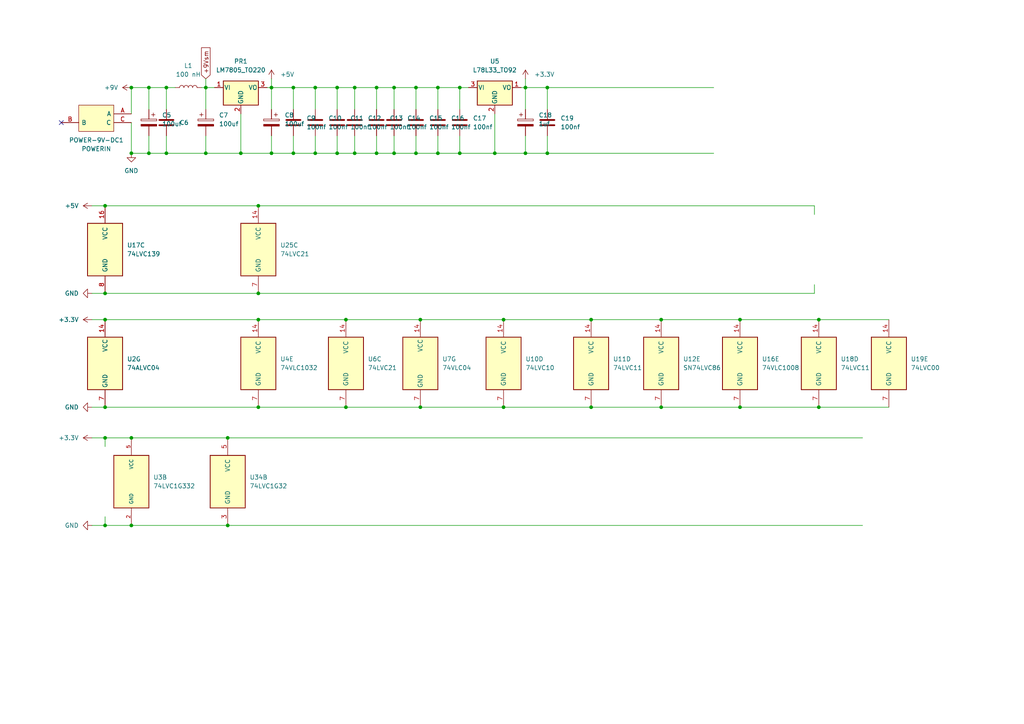
<source format=kicad_sch>
(kicad_sch (version 20211123) (generator eeschema)
  (paper "A4")
  (title_block (title "JupiterAce Z80 plus KIO and new memory format.") (rev "${REVNUM}") (company "Ontobus") (comment 1 "John Bradley") (comment 2 "https://creativecommons.org/licenses/by-nc-sa/4.0/") (comment 3 "Attribution-NonCommercial-ShareAlike 4.0 International License.") (comment 4 "This work is licensed under a Creative Commons "))
  (lib_symbols
    (symbol "74xx-FIX:74LS04"
      (property "Reference" "U" (at 0 1.27 0))
      (property "Value" "74LS04" (at 0 -1.27 0))
      (symbol "74LS04_1_0"
        (pin input line (at -7.62 0 0) (length 3.81) (name "~") (number "1"))
        (pin output inverted (at 7.62 0 180) (length 3.81) (name "~") (number "2"))
      )
      (symbol "74LS04_2_0"
        (pin input line (at -7.62 0 0) (length 3.81) (name "~") (number "3"))
        (pin output inverted (at 7.62 0 180) (length 3.81) (name "~") (number "4"))
      )
      (symbol "74LS04_3_0"
        (pin input line (at -7.62 0 0) (length 3.81) (name "~") (number "5"))
        (pin output inverted (at 7.62 0 180) (length 3.81) (name "~") (number "6"))
      )
      (symbol "74LS04_4_0"
        (pin output inverted (at 7.62 0 180) (length 3.81) (name "~") (number "8"))
        (pin input line (at -7.62 0 0) (length 3.81) (name "~") (number "9"))
      )
      (symbol "74LS04_5_0"
        (pin output inverted (at 7.62 0 180) (length 3.81) (name "~") (number "10"))
        (pin input line (at -7.62 0 0) (length 3.81) (name "~") (number "11"))
      )
      (symbol "74LS04_6_0"
        (pin output inverted (at 7.62 0 180) (length 3.81) (name "~") (number "12"))
        (pin input line (at -7.62 0 0) (length 3.81) (name "~") (number "13"))
      )
      (symbol "74LS04_7_0"
        (pin power_in line (at 0 12.7 270) (length 5.08) (name "VCC") (number "14"))
        (pin power_in line (at 0 -12.7 90) (length 5.08) (name "GND") (number "7"))
      )
    )
    (symbol "74xx-FIX:74LS10" (pin_names (offset 1.016))
      (property "Reference" "U" (at 0 1.27 0))
      (property "Value" "74LS10" (at 0 -1.27 0))
      (symbol "74LS10_1_1"
        (pin input line (at -7.62 2.54 0) (length 3.81) (name "~") (number "1"))
        (pin output inverted (at 7.62 0 180) (length 3.81) (name "~") (number "12"))
        (pin input line (at -7.62 -2.54 0) (length 3.81) (name "~") (number "13"))
        (pin input line (at -7.62 0 0) (length 3.81) (name "~") (number "2"))
      )
      (symbol "74LS10_1_2"
        (pin input inverted (at -7.62 2.54 0) (length 4.318) (name "~") (number "1"))
        (pin output line (at 7.62 0 180) (length 3.81) (name "~") (number "12"))
        (pin input inverted (at -7.62 -2.54 0) (length 4.318) (name "~") (number "13"))
        (pin input inverted (at -7.62 0 0) (length 4.953) (name "~") (number "2"))
      )
      (symbol "74LS10_2_1"
        (pin input line (at -7.62 2.54 0) (length 3.81) (name "~") (number "3"))
        (pin input line (at -7.62 0 0) (length 3.81) (name "~") (number "4"))
        (pin input line (at -7.62 -2.54 0) (length 3.81) (name "~") (number "5"))
        (pin output inverted (at 7.62 0 180) (length 3.81) (name "~") (number "6"))
      )
      (symbol "74LS10_2_2"
        (pin input inverted (at -7.62 2.54 0) (length 4.318) (name "~") (number "3"))
        (pin input inverted (at -7.62 0 0) (length 4.953) (name "~") (number "4"))
        (pin input inverted (at -7.62 -2.54 0) (length 4.318) (name "~") (number "5"))
        (pin output line (at 7.62 0 180) (length 3.81) (name "~") (number "6"))
      )
      (symbol "74LS10_3_1"
        (pin input line (at -7.62 0 0) (length 3.81) (name "~") (number "10"))
        (pin input line (at -7.62 -2.54 0) (length 3.81) (name "~") (number "11"))
        (pin output inverted (at 7.62 0 180) (length 3.81) (name "~") (number "8"))
        (pin input line (at -7.62 2.54 0) (length 3.81) (name "~") (number "9"))
      )
      (symbol "74LS10_3_2"
        (pin input inverted (at -7.62 0 0) (length 4.953) (name "~") (number "10"))
        (pin input inverted (at -7.62 -2.54 0) (length 4.318) (name "~") (number "11"))
        (pin output line (at 7.62 0 180) (length 3.81) (name "~") (number "8"))
        (pin input inverted (at -7.62 2.54 0) (length 4.318) (name "~") (number "9"))
      )
      (symbol "74LS10_4_0"
        (pin power_in line (at 0 12.7 270) (length 5.08) (name "VCC") (number "14"))
        (pin power_in line (at 0 -12.7 90) (length 5.08) (name "GND") (number "7"))
      )
    )
    (symbol "74xx-FIX:74LS21" (pin_names (offset 1.016))
      (property "Reference" "U" (at 0 1.27 0))
      (property "Value" "74LS21" (at 0 -1.27 0))
      (symbol "74LS21_1_0"
        (pin no_connect line (at 2.54 -2.54 180) (length 2.54) hide (name "") (number "11"))
        (pin no_connect line (at 2.54 -1.27 180) (length 2.54) hide (name "") (number "3"))
      )
      (symbol "74LS21_1_1"
        (pin input line (at -7.62 3.81 0) (length 3.81) (name "~") (number "1"))
        (pin input line (at -7.62 1.27 0) (length 3.81) (name "~") (number "2"))
        (pin input line (at -7.62 -1.27 0) (length 3.81) (name "~") (number "4"))
        (pin input line (at -7.62 -3.81 0) (length 3.81) (name "~") (number "5"))
        (pin output line (at 7.62 0 180) (length 3.81) (name "~") (number "6"))
      )
      (symbol "74LS21_1_2"
        (pin input inverted (at -7.62 3.81 0) (length 3.81) (name "~") (number "1"))
        (pin input inverted (at -7.62 1.27 0) (length 4.826) (name "~") (number "2"))
        (pin input inverted (at -7.62 -1.27 0) (length 4.826) (name "~") (number "4"))
        (pin input inverted (at -7.62 -3.81 0) (length 3.81) (name "~") (number "5"))
        (pin output inverted (at 7.62 0 180) (length 3.81) (name "~") (number "6"))
      )
      (symbol "74LS21_2_1"
        (pin input line (at -7.62 1.27 0) (length 3.81) (name "~") (number "10"))
        (pin input line (at -7.62 -1.27 0) (length 3.81) (name "~") (number "12"))
        (pin input line (at -7.62 -3.81 0) (length 3.81) (name "~") (number "13"))
        (pin output line (at 7.62 0 180) (length 3.81) (name "~") (number "8"))
        (pin input line (at -7.62 3.81 0) (length 3.81) (name "~") (number "9"))
      )
      (symbol "74LS21_2_2"
        (pin input inverted (at -7.62 1.27 0) (length 4.826) (name "~") (number "10"))
        (pin input inverted (at -7.62 -1.27 0) (length 4.826) (name "~") (number "12"))
        (pin input inverted (at -7.62 -3.81 0) (length 3.81) (name "~") (number "13"))
        (pin output inverted (at 7.62 0 180) (length 3.81) (name "~") (number "8"))
        (pin input inverted (at -7.62 3.81 0) (length 3.81) (name "~") (number "9"))
      )
      (symbol "74LS21_3_0"
        (pin power_in line (at 0 12.7 270) (length 5.08) (name "VCC") (number "14"))
        (pin power_in line (at 0 -12.7 90) (length 5.08) (name "GND") (number "7"))
      )
    )
    (symbol "74xx-FIX:74LS32" (pin_names (offset 1.016))
      (property "Reference" "U" (at 0 1.27 0))
      (property "Value" "74LS32" (at 0 -1.27 0))
      (symbol "74LS32_1_1"
        (pin input line (at -7.62 2.54 0) (length 4.318) (name "~") (number "1"))
        (pin input line (at -7.62 -2.54 0) (length 4.318) (name "~") (number "2"))
        (pin output line (at 7.62 0 180) (length 3.81) (name "~") (number "3"))
      )
      (symbol "74LS32_1_2"
        (pin input inverted (at -7.62 2.54 0) (length 3.81) (name "~") (number "1"))
        (pin input inverted (at -7.62 -2.54 0) (length 3.81) (name "~") (number "2"))
        (pin output inverted (at 7.62 0 180) (length 3.81) (name "~") (number "3"))
      )
      (symbol "74LS32_2_1"
        (pin input line (at -7.62 2.54 0) (length 4.318) (name "~") (number "4"))
        (pin input line (at -7.62 -2.54 0) (length 4.318) (name "~") (number "5"))
        (pin output line (at 7.62 0 180) (length 3.81) (name "~") (number "6"))
      )
      (symbol "74LS32_2_2"
        (pin input inverted (at -7.62 2.54 0) (length 3.81) (name "~") (number "4"))
        (pin input inverted (at -7.62 -2.54 0) (length 3.81) (name "~") (number "5"))
        (pin output inverted (at 7.62 0 180) (length 3.81) (name "~") (number "6"))
      )
      (symbol "74LS32_3_1"
        (pin input line (at -7.62 -2.54 0) (length 4.318) (name "~") (number "10"))
        (pin output line (at 7.62 0 180) (length 3.81) (name "~") (number "8"))
        (pin input line (at -7.62 2.54 0) (length 4.318) (name "~") (number "9"))
      )
      (symbol "74LS32_3_2"
        (pin input inverted (at -7.62 -2.54 0) (length 3.81) (name "~") (number "10"))
        (pin output inverted (at 7.62 0 180) (length 3.81) (name "~") (number "8"))
        (pin input inverted (at -7.62 2.54 0) (length 3.81) (name "~") (number "9"))
      )
      (symbol "74LS32_4_1"
        (pin output line (at 7.62 0 180) (length 3.81) (name "~") (number "11"))
        (pin input line (at -7.62 2.54 0) (length 4.318) (name "~") (number "12"))
        (pin input line (at -7.62 -2.54 0) (length 4.318) (name "~") (number "13"))
      )
      (symbol "74LS32_4_2"
        (pin output inverted (at 7.62 0 180) (length 3.81) (name "~") (number "11"))
        (pin input inverted (at -7.62 2.54 0) (length 3.81) (name "~") (number "12"))
        (pin input inverted (at -7.62 -2.54 0) (length 3.81) (name "~") (number "13"))
      )
      (symbol "74LS32_5_0"
        (pin power_in line (at 0 12.7 270) (length 5.08) (name "VCC") (number "14"))
        (pin power_in line (at 0 -12.7 90) (length 5.08) (name "GND") (number "7"))
      )
    )
    (symbol "74xx-FIX:74LVC1G332" (pin_names (offset 1.016))
      (property "Reference" "U" (at -3.81 6.096 0))
      (property "Value" "74LVC1G332" (at 4.826 6.35 0))
      (symbol "74LVC1G332_1_1"
        (pin input line (at -7.62 0 0) (length 4.826) (name "~") (number "1"))
        (pin input line (at -7.62 -2.54 0) (length 4.191) (name "~") (number "3"))
        (pin output line (at 7.62 0 180) (length 3.81) (name "~") (number "4"))
        (pin input line (at -7.62 2.54 0) (length 4.318) (name "~") (number "6"))
      )
      (symbol "74LVC1G332_2_1"
        (pin power_in line (at 5.08 -20.32 90) (length 5.08) (name "GND") (number "2"))
        (pin power_in line (at 5.08 5.08 270) (length 5.08) (name "VCC") (number "5"))
      )
    )
    (symbol "74xx:74LS00" (pin_names (offset 1.016))
      (property "Reference" "U" (at 0 1.27 0))
      (property "Value" "74LS00" (at 0 -1.27 0))
      (symbol "74LS00_1_1"
        (pin input line (at -7.62 2.54 0) (length 3.81) (name "~") (number "1"))
        (pin input line (at -7.62 -2.54 0) (length 3.81) (name "~") (number "2"))
        (pin output inverted (at 7.62 0 180) (length 3.81) (name "~") (number "3"))
      )
      (symbol "74LS00_1_2"
        (pin input inverted (at -7.62 2.54 0) (length 4.318) (name "~") (number "1"))
        (pin input inverted (at -7.62 -2.54 0) (length 4.318) (name "~") (number "2"))
        (pin output line (at 7.62 0 180) (length 3.81) (name "~") (number "3"))
      )
      (symbol "74LS00_2_1"
        (pin input line (at -7.62 2.54 0) (length 3.81) (name "~") (number "4"))
        (pin input line (at -7.62 -2.54 0) (length 3.81) (name "~") (number "5"))
        (pin output inverted (at 7.62 0 180) (length 3.81) (name "~") (number "6"))
      )
      (symbol "74LS00_2_2"
        (pin input inverted (at -7.62 2.54 0) (length 4.318) (name "~") (number "4"))
        (pin input inverted (at -7.62 -2.54 0) (length 4.318) (name "~") (number "5"))
        (pin output line (at 7.62 0 180) (length 3.81) (name "~") (number "6"))
      )
      (symbol "74LS00_3_1"
        (pin input line (at -7.62 -2.54 0) (length 3.81) (name "~") (number "10"))
        (pin output inverted (at 7.62 0 180) (length 3.81) (name "~") (number "8"))
        (pin input line (at -7.62 2.54 0) (length 3.81) (name "~") (number "9"))
      )
      (symbol "74LS00_3_2"
        (pin input inverted (at -7.62 -2.54 0) (length 4.318) (name "~") (number "10"))
        (pin output line (at 7.62 0 180) (length 3.81) (name "~") (number "8"))
        (pin input inverted (at -7.62 2.54 0) (length 4.318) (name "~") (number "9"))
      )
      (symbol "74LS00_4_1"
        (pin output inverted (at 7.62 0 180) (length 3.81) (name "~") (number "11"))
        (pin input line (at -7.62 2.54 0) (length 3.81) (name "~") (number "12"))
        (pin input line (at -7.62 -2.54 0) (length 3.81) (name "~") (number "13"))
      )
      (symbol "74LS00_4_2"
        (pin output line (at 7.62 0 180) (length 3.81) (name "~") (number "11"))
        (pin input inverted (at -7.62 2.54 0) (length 4.318) (name "~") (number "12"))
        (pin input inverted (at -7.62 -2.54 0) (length 4.318) (name "~") (number "13"))
      )
      (symbol "74LS00_5_0"
        (pin power_in line (at 0 12.7 270) (length 5.08) (name "VCC") (number "14"))
        (pin power_in line (at 0 -12.7 90) (length 5.08) (name "GND") (number "7"))
      )
    )
    (symbol "74xx:74LS04"
      (property "Reference" "U" (at 0 1.27 0))
      (property "Value" "74LS04" (at 0 -1.27 0))
      (symbol "74LS04_1_0"
        (pin input line (at -7.62 0 0) (length 3.81) (name "~") (number "1"))
        (pin output inverted (at 7.62 0 180) (length 3.81) (name "~") (number "2"))
      )
      (symbol "74LS04_2_0"
        (pin input line (at -7.62 0 0) (length 3.81) (name "~") (number "3"))
        (pin output inverted (at 7.62 0 180) (length 3.81) (name "~") (number "4"))
      )
      (symbol "74LS04_3_0"
        (pin input line (at -7.62 0 0) (length 3.81) (name "~") (number "5"))
        (pin output inverted (at 7.62 0 180) (length 3.81) (name "~") (number "6"))
      )
      (symbol "74LS04_4_0"
        (pin output inverted (at 7.62 0 180) (length 3.81) (name "~") (number "8"))
        (pin input line (at -7.62 0 0) (length 3.81) (name "~") (number "9"))
      )
      (symbol "74LS04_5_0"
        (pin output inverted (at 7.62 0 180) (length 3.81) (name "~") (number "10"))
        (pin input line (at -7.62 0 0) (length 3.81) (name "~") (number "11"))
      )
      (symbol "74LS04_6_0"
        (pin output inverted (at 7.62 0 180) (length 3.81) (name "~") (number "12"))
        (pin input line (at -7.62 0 0) (length 3.81) (name "~") (number "13"))
      )
      (symbol "74LS04_7_0"
        (pin power_in line (at 0 12.7 270) (length 5.08) (name "VCC") (number "14"))
        (pin power_in line (at 0 -12.7 90) (length 5.08) (name "GND") (number "7"))
      )
    )
    (symbol "74xx:74LS08" (pin_names (offset 1.016))
      (property "Reference" "U" (at 0 1.27 0))
      (property "Value" "74LS08" (at 0 -1.27 0))
      (symbol "74LS08_1_1"
        (pin input line (at -7.62 2.54 0) (length 3.81) (name "~") (number "1"))
        (pin input line (at -7.62 -2.54 0) (length 3.81) (name "~") (number "2"))
        (pin output line (at 7.62 0 180) (length 3.81) (name "~") (number "3"))
      )
      (symbol "74LS08_1_2"
        (pin input inverted (at -7.62 2.54 0) (length 4.318) (name "~") (number "1"))
        (pin input inverted (at -7.62 -2.54 0) (length 4.318) (name "~") (number "2"))
        (pin output inverted (at 7.62 0 180) (length 3.81) (name "~") (number "3"))
      )
      (symbol "74LS08_2_1"
        (pin input line (at -7.62 2.54 0) (length 3.81) (name "~") (number "4"))
        (pin input line (at -7.62 -2.54 0) (length 3.81) (name "~") (number "5"))
        (pin output line (at 7.62 0 180) (length 3.81) (name "~") (number "6"))
      )
      (symbol "74LS08_2_2"
        (pin input inverted (at -7.62 2.54 0) (length 4.318) (name "~") (number "4"))
        (pin input inverted (at -7.62 -2.54 0) (length 4.318) (name "~") (number "5"))
        (pin output inverted (at 7.62 0 180) (length 3.81) (name "~") (number "6"))
      )
      (symbol "74LS08_3_1"
        (pin input line (at -7.62 -2.54 0) (length 3.81) (name "~") (number "10"))
        (pin output line (at 7.62 0 180) (length 3.81) (name "~") (number "8"))
        (pin input line (at -7.62 2.54 0) (length 3.81) (name "~") (number "9"))
      )
      (symbol "74LS08_3_2"
        (pin input inverted (at -7.62 -2.54 0) (length 4.318) (name "~") (number "10"))
        (pin output inverted (at 7.62 0 180) (length 3.81) (name "~") (number "8"))
        (pin input inverted (at -7.62 2.54 0) (length 4.318) (name "~") (number "9"))
      )
      (symbol "74LS08_4_1"
        (pin output line (at 7.62 0 180) (length 3.81) (name "~") (number "11"))
        (pin input line (at -7.62 2.54 0) (length 3.81) (name "~") (number "12"))
        (pin input line (at -7.62 -2.54 0) (length 3.81) (name "~") (number "13"))
      )
      (symbol "74LS08_4_2"
        (pin output inverted (at 7.62 0 180) (length 3.81) (name "~") (number "11"))
        (pin input inverted (at -7.62 2.54 0) (length 4.318) (name "~") (number "12"))
        (pin input inverted (at -7.62 -2.54 0) (length 4.318) (name "~") (number "13"))
      )
      (symbol "74LS08_5_0"
        (pin power_in line (at 0 12.7 270) (length 5.08) (name "VCC") (number "14"))
        (pin power_in line (at 0 -12.7 90) (length 5.08) (name "GND") (number "7"))
      )
    )
    (symbol "74xx:74LS11" (pin_names (offset 1.016))
      (property "Reference" "U" (at 0 1.27 0))
      (property "Value" "74LS11" (at 0 -1.27 0))
      (symbol "74LS11_1_1"
        (pin input line (at -7.62 2.54 0) (length 3.81) (name "~") (number "1"))
        (pin output line (at 7.62 0 180) (length 3.81) (name "~") (number "12"))
        (pin input line (at -7.62 -2.54 0) (length 3.81) (name "~") (number "13"))
        (pin input line (at -7.62 0 0) (length 3.81) (name "~") (number "2"))
      )
      (symbol "74LS11_1_2"
        (pin input inverted (at -7.62 2.54 0) (length 4.318) (name "~") (number "1"))
        (pin output inverted (at 7.62 0 180) (length 3.81) (name "~") (number "12"))
        (pin input inverted (at -7.62 -2.54 0) (length 4.318) (name "~") (number "13"))
        (pin input inverted (at -7.62 0 0) (length 4.953) (name "~") (number "2"))
      )
      (symbol "74LS11_2_1"
        (pin input line (at -7.62 2.54 0) (length 3.81) (name "~") (number "3"))
        (pin input line (at -7.62 0 0) (length 3.81) (name "~") (number "4"))
        (pin input line (at -7.62 -2.54 0) (length 3.81) (name "~") (number "5"))
        (pin output line (at 7.62 0 180) (length 3.81) (name "~") (number "6"))
      )
      (symbol "74LS11_2_2"
        (pin input inverted (at -7.62 2.54 0) (length 4.318) (name "~") (number "3"))
        (pin input inverted (at -7.62 0 0) (length 4.953) (name "~") (number "4"))
        (pin input inverted (at -7.62 -2.54 0) (length 4.318) (name "~") (number "5"))
        (pin output inverted (at 7.62 0 180) (length 3.81) (name "~") (number "6"))
      )
      (symbol "74LS11_3_1"
        (pin input line (at -7.62 0 0) (length 3.81) (name "~") (number "10"))
        (pin input line (at -7.62 -2.54 0) (length 3.81) (name "~") (number "11"))
        (pin output line (at 7.62 0 180) (length 3.81) (name "~") (number "8"))
        (pin input line (at -7.62 2.54 0) (length 3.81) (name "~") (number "9"))
      )
      (symbol "74LS11_3_2"
        (pin input inverted (at -7.62 0 0) (length 4.953) (name "~") (number "10"))
        (pin input inverted (at -7.62 -2.54 0) (length 4.318) (name "~") (number "11"))
        (pin output inverted (at 7.62 0 180) (length 3.81) (name "~") (number "8"))
        (pin input inverted (at -7.62 2.54 0) (length 4.318) (name "~") (number "9"))
      )
      (symbol "74LS11_4_0"
        (pin power_in line (at 0 12.7 270) (length 5.08) (name "VCC") (number "14"))
        (pin power_in line (at 0 -12.7 90) (length 5.08) (name "GND") (number "7"))
      )
    )
    (symbol "74xx:74LS139" (pin_names (offset 1.016))
      (property "Reference" "U" (at -7.62 8.89 0))
      (property "Value" "74LS139" (at -7.62 -8.89 0))
      (symbol "74LS139_1_0"
        (pin input inverted (at -12.7 -5.08 0) (length 5.08) (name "E") (number "1"))
        (pin input line (at -12.7 0 0) (length 5.08) (name "A0") (number "2"))
        (pin input line (at -12.7 2.54 0) (length 5.08) (name "A1") (number "3"))
        (pin output inverted (at 12.7 2.54 180) (length 5.08) (name "O0") (number "4"))
        (pin output inverted (at 12.7 0 180) (length 5.08) (name "O1") (number "5"))
        (pin output inverted (at 12.7 -2.54 180) (length 5.08) (name "O2") (number "6"))
        (pin output inverted (at 12.7 -5.08 180) (length 5.08) (name "O3") (number "7"))
      )
      (symbol "74LS139_2_0"
        (pin output inverted (at 12.7 -2.54 180) (length 5.08) (name "O2") (number "10"))
        (pin output inverted (at 12.7 0 180) (length 5.08) (name "O1") (number "11"))
        (pin output inverted (at 12.7 2.54 180) (length 5.08) (name "O0") (number "12"))
        (pin input line (at -12.7 2.54 0) (length 5.08) (name "A1") (number "13"))
        (pin input line (at -12.7 0 0) (length 5.08) (name "A0") (number "14"))
        (pin input inverted (at -12.7 -5.08 0) (length 5.08) (name "E") (number "15"))
        (pin output inverted (at 12.7 -5.08 180) (length 5.08) (name "O3") (number "9"))
      )
      (symbol "74LS139_3_0"
        (pin power_in line (at 0 12.7 270) (length 5.08) (name "VCC") (number "16"))
        (pin power_in line (at 0 -12.7 90) (length 5.08) (name "GND") (number "8"))
      )
    )
    (symbol "74xx:74LS86" (pin_names (offset 1.016))
      (property "Reference" "U" (at 0 1.27 0))
      (property "Value" "74LS86" (at 0 -1.27 0))
      (symbol "74LS86_1_0"
        (pin input line (at -7.62 2.54 0) (length 4.445) (name "~") (number "1"))
        (pin input line (at -7.62 -2.54 0) (length 4.445) (name "~") (number "2"))
        (pin output line (at 7.62 0 180) (length 3.81) (name "~") (number "3"))
      )
      (symbol "74LS86_2_0"
        (pin input line (at -7.62 2.54 0) (length 4.445) (name "~") (number "4"))
        (pin input line (at -7.62 -2.54 0) (length 4.445) (name "~") (number "5"))
        (pin output line (at 7.62 0 180) (length 3.81) (name "~") (number "6"))
      )
      (symbol "74LS86_3_0"
        (pin input line (at -7.62 -2.54 0) (length 4.445) (name "~") (number "10"))
        (pin output line (at 7.62 0 180) (length 3.81) (name "~") (number "8"))
        (pin input line (at -7.62 2.54 0) (length 4.445) (name "~") (number "9"))
      )
      (symbol "74LS86_4_0"
        (pin output line (at 7.62 0 180) (length 3.81) (name "~") (number "11"))
        (pin input line (at -7.62 2.54 0) (length 4.445) (name "~") (number "12"))
        (pin input line (at -7.62 -2.54 0) (length 4.445) (name "~") (number "13"))
      )
      (symbol "74LS86_5_0"
        (pin power_in line (at 0 12.7 270) (length 5.08) (name "VCC") (number "14"))
        (pin power_in line (at 0 -12.7 90) (length 5.08) (name "GND") (number "7"))
      )
    )
    (symbol "Device:C" (pin_numbers hide) (pin_names (offset 0.254))
      (property "Reference" "C" (at 0.635 2.54 0))
      (property "Value" "C" (at 0.635 -2.54 0))
      (symbol "C_1_1"
        (pin passive line (at 0 3.81 270) (length 2.794) (name "~") (number "1"))
        (pin passive line (at 0 -3.81 90) (length 2.794) (name "~") (number "2"))
      )
    )
    (symbol "Device:C_Polarized" (pin_numbers hide) (pin_names (offset 0.254))
      (property "Reference" "C" (at 0.635 2.54 0))
      (property "Value" "C_Polarized" (at 0.635 -2.54 0))
      (symbol "C_Polarized_1_1"
        (pin passive line (at 0 3.81 270) (length 2.794) (name "~") (number "1"))
        (pin passive line (at 0 -3.81 90) (length 2.794) (name "~") (number "2"))
      )
    )
    (symbol "ExtraSymbols:163-179PH-EX" (pin_names (offset 0.762))
      (property "Reference" "J" (at 16.51 7.62 0))
      (property "Value" "163-179PH-EX" (at 16.51 5.08 0))
      (symbol "163-179PH-EX_0_0"
        (pin power_out line (at 20.32 -2.54 180) (length 5.08) (name "A") (number "A"))
        (pin power_out line (at 0 0 0) (length 5.08) (name "B") (number "B"))
        (pin power_out line (at 20.32 0 180) (length 5.08) (name "C") (number "C"))
      )
    )
    (symbol "ExtraSymbols:74LVC1G32" (pin_names (offset 1.016))
      (property "Reference" "U" (at -6.604 3.81 0))
      (property "Value" "74LVC1G32" (at 12.7 6.35 0))
      (symbol "74LVC1G32_1_1"
        (pin input line (at -7.62 2.54 0) (length 4.318) (name "~") (number "1"))
        (pin input line (at -7.62 -2.54 0) (length 4.318) (name "~") (number "2"))
        (pin output line (at 7.62 0 180) (length 3.81) (name "~") (number "4"))
      )
      (symbol "74LVC1G32_2_0"
        (pin power_in line (at 3.81 -20.32 90) (length 5.08) (name "GND") (number "3"))
        (pin power_in line (at 3.81 5.08 270) (length 5.08) (name "VCC") (number "5"))
      )
    )
    (symbol "ExtraSymbols:L(PSU)" (pin_numbers hide) (pin_names (offset 1.016) hide)
      (property "Reference" "L" (at -1.27 0 90))
      (property "Value" "L(PSU)" (at 1.905 0 90))
      (symbol "L(PSU)_1_1"
        (pin power_in line (at 0 3.81 270) (length 1.27) (name "1") (number "1"))
        (pin power_out line (at 0 -3.81 90) (length 1.27) (name "2") (number "2"))
      )
    )
    (symbol "Regulator_Linear:L78L33_TO92" (pin_names (offset 0.254))
      (property "Reference" "U" (at -3.81 3.175 0))
      (property "Value" "L78L33_TO92" (at 0 3.175 0))
      (symbol "L78L33_TO92_1_1"
        (pin power_out line (at 7.62 0 180) (length 2.54) (name "VO") (number "1"))
        (pin power_in line (at 0 -7.62 90) (length 2.54) (name "GND") (number "2"))
        (pin power_in line (at -7.62 0 0) (length 2.54) (name "VI") (number "3"))
      )
    )
    (symbol "Regulator_Linear:LM7805_TO220" (pin_names (offset 0.254))
      (property "Reference" "U" (at -3.81 3.175 0))
      (property "Value" "LM7805_TO220" (at 0 3.175 0))
      (symbol "LM7805_TO220_1_1"
        (pin power_in line (at -7.62 0 0) (length 2.54) (name "VI") (number "1"))
        (pin power_in line (at 0 -7.62 90) (length 2.54) (name "GND") (number "2"))
        (pin power_out line (at 7.62 0 180) (length 2.54) (name "VO") (number "3"))
      )
    )
    (symbol "power:+3.3V" (power) (pin_names (offset 0))
      (property "Value" "+3.3V" (at 0 3.556 0))
      (symbol "+3.3V_1_1"
        (pin power_in line (at 0 0 90) (length 0) hide (name "+3.3V") (number "1"))
      )
    )
    (symbol "power:+5V" (power) (pin_names (offset 0))
      (property "Value" "+5V" (at 0 3.556 0))
      (symbol "+5V_1_1"
        (pin power_in line (at 0 0 90) (length 0) hide (name "+5V") (number "1"))
      )
    )
    (symbol "power:+9V" (power) (pin_names (offset 0))
      (property "Value" "+9V" (at 0 3.556 0))
      (symbol "+9V_1_1"
        (pin power_in line (at 0 0 90) (length 0) hide (name "+9V") (number "1"))
      )
    )
    (symbol "power:GND" (power) (pin_names (offset 0))
      (property "Value" "GND" (at 0 -3.81 0))
      (symbol "GND_1_1"
        (pin power_in line (at 0 0 270) (length 0) hide (name "GND") (number "1"))
      )
    )
  )
  (junction (at 109.22 25.4))
  (junction (at 48.26 25.4))
  (junction (at 97.79 44.45))
  (junction (at 121.92 92.71))
  (junction (at 214.63 92.71))
  (junction (at 38.1 25.4))
  (junction (at 91.44 44.45))
  (junction (at 158.75 25.4))
  (junction (at 97.79 25.4))
  (junction (at 237.49 118.11))
  (junction (at 237.49 92.71))
  (junction (at 85.09 44.45))
  (junction (at 30.48 127))
  (junction (at 59.69 44.45))
  (junction (at 30.48 85.09))
  (junction (at 74.93 92.71))
  (junction (at 66.04 152.4))
  (junction (at 133.35 25.4))
  (junction (at 191.77 92.71))
  (junction (at 158.75 44.45))
  (junction (at 120.65 25.4))
  (junction (at 171.45 92.71))
  (junction (at 109.22 44.45))
  (junction (at 100.33 92.71))
  (junction (at 38.1 152.4))
  (junction (at 120.65 44.45))
  (junction (at 152.4 44.45))
  (junction (at 78.74 44.45))
  (junction (at 74.93 85.09))
  (junction (at 133.35 44.45))
  (junction (at 74.93 59.69))
  (junction (at 114.3 25.4))
  (junction (at 127 44.45))
  (junction (at 78.74 25.4))
  (junction (at 100.33 118.11))
  (junction (at 91.44 25.4))
  (junction (at 191.77 118.11))
  (junction (at 102.87 25.4))
  (junction (at 30.48 92.71))
  (junction (at 66.04 127))
  (junction (at 43.18 44.45))
  (junction (at 48.26 44.45))
  (junction (at 171.45 118.11))
  (junction (at 69.85 44.45))
  (junction (at 30.48 118.11))
  (junction (at 146.05 92.71))
  (junction (at 59.69 25.4))
  (junction (at 121.92 118.11))
  (junction (at 214.63 118.11))
  (junction (at 146.05 118.11))
  (junction (at 102.87 44.45))
  (junction (at 85.09 25.4))
  (junction (at 143.51 44.45))
  (junction (at 43.18 25.4))
  (junction (at 152.4 25.4))
  (junction (at 74.93 118.11))
  (junction (at 38.1 44.45))
  (junction (at 114.3 44.45))
  (junction (at 30.48 152.4))
  (junction (at 38.1 127))
  (junction (at 30.48 59.69))
  (junction (at 127 25.4))
  (no_connect (at 17.78 35.56))
  (wire (pts (xy 30.48 85.09) (xy 74.93 85.09)))
  (wire (pts (xy 109.22 39.37) (xy 109.22 44.45)))
  (wire (pts (xy 158.75 39.37) (xy 158.75 44.45)))
  (wire (pts (xy 127 25.4) (xy 127 31.75)))
  (wire (pts (xy 26.67 118.11) (xy 30.48 118.11)))
  (wire (pts (xy 97.79 25.4) (xy 97.79 31.75)))
  (wire (pts (xy 78.74 31.75) (xy 78.74 25.4)))
  (wire (pts (xy 78.74 39.37) (xy 78.74 44.45)))
  (wire (pts (xy 74.93 85.09) (xy 236.22 85.09)))
  (wire (pts (xy 102.87 25.4) (xy 102.87 31.75)))
  (wire (pts (xy 102.87 44.45) (xy 109.22 44.45)))
  (wire (pts (xy 30.48 118.11) (xy 74.93 118.11)))
  (wire (pts (xy 69.85 33.02) (xy 69.85 44.45)))
  (wire (pts (xy 50.8 25.4) (xy 48.26 25.4)))
  (wire (pts (xy 133.35 44.45) (xy 143.51 44.45)))
  (wire (pts (xy 133.35 25.4) (xy 133.35 31.75)))
  (wire (pts (xy 97.79 25.4) (xy 102.87 25.4)))
  (wire (pts (xy 120.65 25.4) (xy 120.65 31.75)))
  (wire (pts (xy 62.23 25.4) (xy 59.69 25.4)))
  (wire (pts (xy 133.35 39.37) (xy 133.35 44.45)))
  (wire (pts (xy 77.47 25.4) (xy 78.74 25.4)))
  (wire (pts (xy 146.05 92.71) (xy 171.45 92.71)))
  (wire (pts (xy 38.1 25.4) (xy 38.1 33.02)))
  (wire (pts (xy 191.77 92.71) (xy 214.63 92.71)))
  (wire (pts (xy 121.92 92.71) (xy 146.05 92.71)))
  (wire (pts (xy 69.85 44.45) (xy 78.74 44.45)))
  (wire (pts (xy 146.05 118.11) (xy 171.45 118.11)))
  (wire (pts (xy 59.69 39.37) (xy 59.69 44.45)))
  (wire (pts (xy 85.09 25.4) (xy 91.44 25.4)))
  (wire (pts (xy 152.4 44.45) (xy 158.75 44.45)))
  (wire (pts (xy 237.49 92.71) (xy 257.81 92.71)))
  (wire (pts (xy 38.1 35.56) (xy 38.1 44.45)))
  (wire (pts (xy 30.48 127) (xy 38.1 127)))
  (wire (pts (xy 236.22 82.55) (xy 236.22 85.09)))
  (wire (pts (xy 78.74 25.4) (xy 85.09 25.4)))
  (wire (pts (xy 74.93 118.11) (xy 100.33 118.11)))
  (wire (pts (xy 91.44 25.4) (xy 97.79 25.4)))
  (wire (pts (xy 59.69 44.45) (xy 69.85 44.45)))
  (wire (pts (xy 30.48 149.86) (xy 30.48 152.4)))
  (wire (pts (xy 127 39.37) (xy 127 44.45)))
  (wire (pts (xy 158.75 25.4) (xy 158.75 31.75)))
  (wire (pts (xy 26.67 85.09) (xy 30.48 85.09)))
  (wire (pts (xy 120.65 25.4) (xy 127 25.4)))
  (wire (pts (xy 120.65 44.45) (xy 127 44.45)))
  (wire (pts (xy 30.48 59.69) (xy 74.93 59.69)))
  (wire (pts (xy 100.33 92.71) (xy 121.92 92.71)))
  (wire (pts (xy 152.4 25.4) (xy 152.4 22.86)))
  (wire (pts (xy 85.09 44.45) (xy 91.44 44.45)))
  (wire (pts (xy 152.4 39.37) (xy 152.4 44.45)))
  (wire (pts (xy 102.87 39.37) (xy 102.87 44.45)))
  (wire (pts (xy 109.22 25.4) (xy 114.3 25.4)))
  (wire (pts (xy 91.44 39.37) (xy 91.44 44.45)))
  (wire (pts (xy 43.18 44.45) (xy 38.1 44.45)))
  (wire (pts (xy 135.89 25.4) (xy 133.35 25.4)))
  (wire (pts (xy 97.79 44.45) (xy 102.87 44.45)))
  (wire (pts (xy 78.74 44.45) (xy 85.09 44.45)))
  (wire (pts (xy 152.4 25.4) (xy 151.13 25.4)))
  (wire (pts (xy 120.65 39.37) (xy 120.65 44.45)))
  (wire (pts (xy 26.67 59.69) (xy 30.48 59.69)))
  (wire (pts (xy 114.3 25.4) (xy 114.3 31.75)))
  (wire (pts (xy 38.1 152.4) (xy 66.04 152.4)))
  (wire (pts (xy 48.26 44.45) (xy 43.18 44.45)))
  (wire (pts (xy 26.67 127) (xy 30.48 127)))
  (wire (pts (xy 43.18 39.37) (xy 43.18 44.45)))
  (wire (pts (xy 214.63 92.71) (xy 237.49 92.71)))
  (wire (pts (xy 30.48 92.71) (xy 74.93 92.71)))
  (wire (pts (xy 158.75 44.45) (xy 207.01 44.45)))
  (wire (pts (xy 143.51 44.45) (xy 143.51 33.02)))
  (wire (pts (xy 43.18 25.4) (xy 48.26 25.4)))
  (wire (pts (xy 58.42 25.4) (xy 59.69 25.4)))
  (wire (pts (xy 74.93 92.71) (xy 100.33 92.71)))
  (wire (pts (xy 91.44 44.45) (xy 97.79 44.45)))
  (wire (pts (xy 66.04 152.4) (xy 250.19 152.4)))
  (wire (pts (xy 59.69 25.4) (xy 59.69 31.75)))
  (wire (pts (xy 236.22 62.23) (xy 236.22 59.69)))
  (wire (pts (xy 114.3 25.4) (xy 120.65 25.4)))
  (wire (pts (xy 143.51 44.45) (xy 152.4 44.45)))
  (wire (pts (xy 66.04 127) (xy 250.19 127)))
  (wire (pts (xy 191.77 118.11) (xy 214.63 118.11)))
  (wire (pts (xy 26.67 152.4) (xy 30.48 152.4)))
  (wire (pts (xy 109.22 44.45) (xy 114.3 44.45)))
  (wire (pts (xy 59.69 22.86) (xy 59.69 25.4)))
  (wire (pts (xy 26.67 92.71) (xy 30.48 92.71)))
  (wire (pts (xy 127 44.45) (xy 133.35 44.45)))
  (wire (pts (xy 171.45 92.71) (xy 191.77 92.71)))
  (wire (pts (xy 121.92 118.11) (xy 146.05 118.11)))
  (wire (pts (xy 38.1 127) (xy 66.04 127)))
  (wire (pts (xy 114.3 39.37) (xy 114.3 44.45)))
  (wire (pts (xy 48.26 25.4) (xy 48.26 31.75)))
  (wire (pts (xy 30.48 127) (xy 30.48 129.54)))
  (wire (pts (xy 97.79 39.37) (xy 97.79 44.45)))
  (wire (pts (xy 74.93 59.69) (xy 236.22 59.69)))
  (wire (pts (xy 127 25.4) (xy 133.35 25.4)))
  (wire (pts (xy 85.09 39.37) (xy 85.09 44.45)))
  (wire (pts (xy 152.4 31.75) (xy 152.4 25.4)))
  (wire (pts (xy 38.1 25.4) (xy 43.18 25.4)))
  (wire (pts (xy 114.3 44.45) (xy 120.65 44.45)))
  (wire (pts (xy 171.45 118.11) (xy 191.77 118.11)))
  (wire (pts (xy 43.18 31.75) (xy 43.18 25.4)))
  (wire (pts (xy 214.63 118.11) (xy 237.49 118.11)))
  (wire (pts (xy 30.48 152.4) (xy 38.1 152.4)))
  (wire (pts (xy 85.09 25.4) (xy 85.09 31.75)))
  (wire (pts (xy 109.22 25.4) (xy 109.22 31.75)))
  (wire (pts (xy 59.69 44.45) (xy 48.26 44.45)))
  (wire (pts (xy 102.87 25.4) (xy 109.22 25.4)))
  (wire (pts (xy 78.74 22.86) (xy 78.74 25.4)))
  (wire (pts (xy 100.33 118.11) (xy 121.92 118.11)))
  (wire (pts (xy 237.49 118.11) (xy 257.81 118.11)))
  (wire (pts (xy 152.4 25.4) (xy 158.75 25.4)))
  (wire (pts (xy 91.44 25.4) (xy 91.44 31.75)))
  (wire (pts (xy 158.75 25.4) (xy 207.01 25.4)))
  (wire (pts (xy 48.26 39.37) (xy 48.26 44.45)))
  (global_label "+9Vsm" (shape input) (at 59.69 22.86 90) (property "Intersheetrefs" "${INTERSHEET_REFS}" (at 59.6106 13.855 90) (effects (justify left))))
  (symbol (lib_id "Device:C") (at 97.79 35.56 0) (unit 1)
    (property "Reference" "C11" (at 101.6 34.2899 0) (effects (justify left)))
    (property "Value" "100nf" (at 101.6 36.8299 0) (effects (justify left)))
    (property "Footprint" "Capacitor_THT:C_Disc_D3.0mm_W1.6mm_P2.50mm" (effects hide))
    (property "Description" "Vishay 100nF Multilayer Ceramic Capacitor MLCC 50V dc +~-10% X7R Dielectric Radial, Max. Temp. +125C" (effects hide))
    (property "Height" "3" (effects hide))
    (property "RS Part Number" "8523267" (effects hide))
    (property "RS Price/Stock" "http:/uk.rs-online.com/web/p/products/8523267" (effects hide))
    (property "Manufacturer_Name" "Vishay" (effects hide))
    (property "Manufacturer_Part_Number" "K104K10X7RF53H5" (effects hide))
    (property "Allied_Number" "70122995" (effects hide))
  )
  (symbol (lib_id "Device:C") (at 158.75 35.56 0) (mirror y) (unit 1)
    (property "Reference" "C19" (at 162.56 34.2899 0) (effects (justify right)))
    (property "Value" "100nf" (at 162.56 36.8299 0) (effects (justify right)))
    (property "Footprint" "Capacitor_THT:C_Disc_D3.0mm_W1.6mm_P2.50mm" (effects hide))
    (property "Description" "Vishay 100nF Multilayer Ceramic Capacitor MLCC 50V dc +~-10% X7R Dielectric Radial, Max. Temp. +125C" (effects hide))
    (property "Height" "3" (effects hide))
    (property "RS Part Number" "8523267" (effects hide))
    (property "RS Price/Stock" "http:/uk.rs-online.com/web/p/products/8523267" (effects hide))
    (property "Manufacturer_Name" "Vishay" (effects hide))
    (property "Manufacturer_Part_Number" "K104K10X7RF53H5" (effects hide))
    (property "Allied_Number" "70122995" (effects hide))
  )
  (symbol (lib_id "power:+3.3V") (at 26.67 92.71 90) (unit 1)
    (property "Reference" "#PWR0110" (effects hide))
    (property "Value" "+3.3V" (at 22.86 92.7099 90) (effects (justify left)))
  )
  (symbol (lib_id "74xx:74LS04") (at 30.48 105.41 0) (unit 7)
    (property "Reference" "U2" (at 36.83 104.1399 0) (effects (justify left)))
    (property "Value" "74ALVC04" (at 36.83 106.6799 0) (effects (justify left)))
    (property "Footprint" "Package_SO:SOIC-14_3.9x8.7mm_P1.27mm" (effects hide))
    (property "Datasheet" "http://www.ti.com/lit/gpn/sn74LS04" (effects hide))
    (property "Manufacturer_Part_Number" "SN74AHCT04" (effects hide))
  )
  (symbol (lib_id "74xx:74LS11") (at 237.49 105.41 0) (unit 4)
    (property "Reference" "U18" (at 243.84 104.1399 0) (effects (justify left)))
    (property "Value" "74LVC11" (at 243.84 106.6799 0) (effects (justify left)))
    (property "Footprint" "Package_SO:SOIC-14_3.9x8.7mm_P1.27mm" (effects hide))
    (property "Datasheet" "http://www.ti.com/lit/gpn/sn74LS11" (effects hide))
  )
  (symbol (lib_id "power:GND") (at 38.1 44.45 0) (unit 1)
    (property "Reference" "# PWR0122" (effects hide))
    (property "Value" "GND" (at 38.1 49.53 0))
  )
  (symbol (lib_id "74xx-FIX:74LS10") (at 146.05 105.41 0) (unit 4)
    (property "Reference" "U10" (at 152.4 104.1399 0) (effects (justify left)))
    (property "Value" "74LVC10" (at 152.4 106.6799 0) (effects (justify left)))
    (property "Footprint" "Package_SO:SOIC-14_3.9x8.7mm_P1.27mm" (effects hide))
    (property "Datasheet" "http://www.ti.com/lit/gpn/sn74LS10" (effects hide))
  )
  (symbol (lib_id "74xx:74LS139") (at 30.48 72.39 0) (unit 3)
    (property "Reference" "U17" (at 36.83 71.1199 0) (effects (justify left)))
    (property "Value" "74LVC139" (at 36.83 73.6599 0) (effects (justify left)))
    (property "Footprint" "Package_SO:SOIC-16_3.9x9.9mm_P1.27mm" (effects hide))
    (property "Datasheet" "http://www.ti.com/lit/ds/symlink/sn74ls139a.pdf" (effects hide))
    (property "Manufacturer_Name" "Texas Instruments" (effects hide))
    (property "Manufacturer_Part_Number" "SN74AHCT139N" (effects hide))
  )
  (symbol (lib_id "power:GND") (at 26.67 152.4 270) (unit 1)
    (property "Reference" "# PWR0107" (effects hide))
    (property "Value" "GND" (at 22.86 152.3999 90) (effects (justify right)))
  )
  (symbol (lib_id "Device:C") (at 48.26 35.56 0) (unit 1)
    (property "Reference" "C6" (at 52.07 35.5599 0) (effects (justify left)))
    (property "Value" "100nf" (effects hide))
    (property "Footprint" "Capacitor_THT:C_Disc_D3.0mm_W1.6mm_P2.50mm" (effects hide))
    (property "Description" "Vishay 100nF Multilayer Ceramic Capacitor MLCC 50V dc +~-10% X7R Dielectric Radial, Max. Temp. +125C" (effects hide))
    (property "Height" "3" (effects hide))
    (property "RS Part Number" "8523267" (effects hide))
    (property "RS Price/Stock" "http:/uk.rs-online.com/web/p/products/8523267" (effects hide))
    (property "Manufacturer_Name" "Vishay" (effects hide))
    (property "Manufacturer_Part_Number" "K104K10X7RF53H5" (effects hide))
    (property "Allied_Number" "70122995" (effects hide))
  )
  (symbol (lib_id "Device:C") (at 85.09 35.56 0) (unit 1)
    (property "Reference" "C9" (at 88.9 34.2899 0) (effects (justify left)))
    (property "Value" "100nf" (at 88.9 36.8299 0) (effects (justify left)))
    (property "Footprint" "Capacitor_THT:C_Disc_D3.0mm_W1.6mm_P2.50mm" (effects hide))
    (property "Description" "Vishay 100nF Multilayer Ceramic Capacitor MLCC 50V dc +~-10% X7R Dielectric Radial, Max. Temp. +125C" (effects hide))
    (property "Height" "3" (effects hide))
    (property "RS Part Number" "8523267" (effects hide))
    (property "RS Price/Stock" "http:/uk.rs-online.com/web/p/products/8523267" (effects hide))
    (property "Manufacturer_Name" "Vishay" (effects hide))
    (property "Manufacturer_Part_Number" "K104K10X7RF53H5" (effects hide))
    (property "Allied_Number" "70122995" (effects hide))
  )
  (symbol (lib_id "74xx:74LS00") (at 257.81 105.41 0) (unit 5)
    (property "Reference" "U19" (at 264.16 104.1399 0) (effects (justify left)))
    (property "Value" "74LVC00" (at 264.16 106.6799 0) (effects (justify left)))
    (property "Footprint" "Package_SO:SOIC-14_3.9x8.7mm_P1.27mm" (effects hide))
    (property "Datasheet" "http://www.ti.com/lit/gpn/sn74ls00" (effects hide))
    (property "Manufacturer_Part_Number" "SN74AHCT00N" (effects hide))
    (property "Manufacturer_Name" "Texas Instruments" (effects hide))
  )
  (symbol (lib_id "power:+5V") (at 26.67 59.69 90) (unit 1)
    (property "Reference" "#PWR0111" (effects hide))
    (property "Value" "+5V" (at 22.86 59.6899 90) (effects (justify left)))
  )
  (symbol (lib_id "Device:C") (at 91.44 35.56 0) (unit 1)
    (property "Reference" "C10" (at 95.25 34.2899 0) (effects (justify left)))
    (property "Value" "100nf" (at 95.25 36.8299 0) (effects (justify left)))
    (property "Footprint" "Capacitor_THT:C_Disc_D3.0mm_W1.6mm_P2.50mm" (effects hide))
    (property "Description" "Vishay 100nF Multilayer Ceramic Capacitor MLCC 50V dc +~-10% X7R Dielectric Radial, Max. Temp. +125C" (effects hide))
    (property "Height" "3" (effects hide))
    (property "RS Part Number" "8523267" (effects hide))
    (property "RS Price/Stock" "http:/uk.rs-online.com/web/p/products/8523267" (effects hide))
    (property "Manufacturer_Name" "Vishay" (effects hide))
    (property "Manufacturer_Part_Number" "K104K10X7RF53H5" (effects hide))
    (property "Allied_Number" "70122995" (effects hide))
  )
  (symbol (lib_id "power:GND") (at 26.67 118.11 270) (unit 1)
    (property "Reference" "# PWR0128" (effects hide))
    (property "Value" "GND" (at 22.86 118.1099 90) (effects (justify right)))
  )
  (symbol (lib_id "74xx:74LS86") (at 191.77 105.41 0) (unit 5)
    (property "Reference" "U12" (at 198.12 104.1399 0) (effects (justify left)))
    (property "Value" "SN74LVC86" (at 198.12 106.6799 0) (effects (justify left)))
    (property "Footprint" "Package_SO:SOIC-14_3.9x8.7mm_P1.27mm" (effects hide))
    (property "Datasheet" "74xx/74ls86.pdf" (effects hide))
    (property "Manufacturer_Part_Number" "SN74AHCT86N" (effects hide))
    (property "Manufacturer_Name" "Texas Instruments" (effects hide))
  )
  (symbol (lib_id "power:+9V") (at 38.1 25.4 90) (unit 1)
    (property "Reference" "# PWR0121" (effects hide))
    (property "Value" "+9V" (at 34.29 25.3999 90) (effects (justify left)))
  )
  (symbol (lib_id "Device:C_Polarized") (at 78.74 35.56 0) (mirror y) (unit 1)
    (property "Reference" "C8" (at 82.55 33.4009 0) (effects (justify right)))
    (property "Value" "100uf" (at 82.55 35.9409 0) (effects (justify right)))
    (property "Footprint" "Capacitor_THT:CP_Radial_D5.0mm_P2.00mm" (effects hide))
    (property "Manufacturer_Name" "Wurth Elektronik" (effects hide))
    (property "Manufacturer_Part_Number" "860010372006" (effects hide))
  )
  (symbol (lib_id "Device:C") (at 133.35 35.56 0) (unit 1)
    (property "Reference" "C17" (at 137.16 34.2899 0) (effects (justify left)))
    (property "Value" "100nf" (at 137.16 36.8299 0) (effects (justify left)))
    (property "Footprint" "Capacitor_THT:C_Disc_D3.0mm_W1.6mm_P2.50mm" (effects hide))
    (property "Description" "Vishay 100nF Multilayer Ceramic Capacitor MLCC 50V dc +~-10% X7R Dielectric Radial, Max. Temp. +125C" (effects hide))
    (property "Height" "3" (effects hide))
    (property "RS Part Number" "8523267" (effects hide))
    (property "RS Price/Stock" "http:/uk.rs-online.com/web/p/products/8523267" (effects hide))
    (property "Manufacturer_Name" "Vishay" (effects hide))
    (property "Manufacturer_Part_Number" "K104K10X7RF53H5" (effects hide))
    (property "Allied_Number" "70122995" (effects hide))
  )
  (symbol (lib_id "74xx-FIX:74LS21") (at 100.33 105.41 0) (unit 3)
    (property "Reference" "U6" (at 106.68 104.1399 0) (effects (justify left)))
    (property "Value" "74LVC21" (at 106.68 106.6799 0) (effects (justify left)))
    (property "Footprint" "Package_SO:SOIC-14_3.9x8.7mm_P1.27mm" (effects hide))
    (property "Datasheet" "http://www.ti.com/lit/gpn/sn74LS21" (effects hide))
  )
  (symbol (lib_id "power:+5V") (at 78.74 22.86 0) (unit 1)
    (property "Reference" "#PWR0102" (effects hide))
    (property "Value" "+5V" (at 81.28 21.5899 0) (effects (justify left)))
  )
  (symbol (lib_id "Device:C_Polarized") (at 59.69 35.56 0) (unit 1)
    (property "Reference" "C7" (at 63.5 33.4009 0) (effects (justify left)))
    (property "Value" "100uf" (at 63.5 35.9409 0) (effects (justify left)))
    (property "Footprint" "Capacitor_THT:CP_Radial_D5.0mm_P2.00mm" (effects hide))
    (property "Description" "Vishay 100nF Multilayer Ceramic Capacitor MLCC 50V dc +~-10% X7R Dielectric Radial, Max. Temp. +125C" (effects hide))
    (property "Height" "3" (effects hide))
    (property "RS Part Number" "8523267" (effects hide))
    (property "RS Price/Stock" "http:/uk.rs-online.com/web/p/products/8523267" (effects hide))
    (property "Manufacturer_Name" "Wurth Elektronik" (effects hide))
    (property "Manufacturer_Part_Number" "860010372006" (effects hide))
    (property "Allied_Number" "70122995" (effects hide))
  )
  (symbol (lib_id "Device:C") (at 127 35.56 0) (unit 1)
    (property "Reference" "C16" (at 130.81 34.2899 0) (effects (justify left)))
    (property "Value" "100nf" (at 130.81 36.8299 0) (effects (justify left)))
    (property "Footprint" "Capacitor_THT:C_Disc_D3.0mm_W1.6mm_P2.50mm" (effects hide))
    (property "Description" "Vishay 100nF Multilayer Ceramic Capacitor MLCC 50V dc +~-10% X7R Dielectric Radial, Max. Temp. +125C" (effects hide))
    (property "Height" "3" (effects hide))
    (property "RS Part Number" "8523267" (effects hide))
    (property "RS Price/Stock" "http:/uk.rs-online.com/web/p/products/8523267" (effects hide))
    (property "Manufacturer_Name" "Vishay" (effects hide))
    (property "Manufacturer_Part_Number" "K104K10X7RF53H5" (effects hide))
    (property "Allied_Number" "70122995" (effects hide))
  )
  (symbol (lib_id "74xx:74LS08") (at 214.63 105.41 0) (unit 5)
    (property "Reference" "U16" (at 220.98 104.1399 0) (effects (justify left)))
    (property "Value" "74VLC1008" (at 220.98 106.6799 0) (effects (justify left)))
    (property "Footprint" "Package_SO:SOIC-14_3.9x8.7mm_P1.27mm" (effects hide))
    (property "Datasheet" "http://www.ti.com/lit/gpn/sn74LS08" (effects hide))
    (property "Manufacturer_Part_Number" "SN74AHCT08N" (effects hide))
    (property "Manufacturer_Name" "Texas Instruments" (effects hide))
  )
  (symbol (lib_id "74xx-FIX:74LS21") (at 74.93 72.39 0) (unit 3)
    (property "Reference" "U25" (at 81.28 71.1199 0) (effects (justify left)))
    (property "Value" "74LVC21" (at 81.28 73.6599 0) (effects (justify left)))
    (property "Footprint" "Package_SO:SOIC-14_3.9x8.7mm_P1.27mm" (effects hide))
    (property "Datasheet" "http://www.ti.com/lit/gpn/sn74LS21" (effects hide))
  )
  (symbol (lib_id "ExtraSymbols:163-179PH-EX") (at 17.78 35.56 0) (mirror x) (unit 1)
    (property "Reference" "POWER-9V-DC1" (at 27.94 40.64 0))
    (property "Value" "POWERIN" (at 27.94 43.18 0))
    (property "Footprint" "ExtraFootprints:163179PHEX" (effects hide))
    (property "Datasheet" "https://componentsearchengine.com/Datasheets/1/163-179PH-EX.pdf" (effects hide))
    (property "Manufacturer_Name" "Kobiconn" (effects hide))
    (property "Manufacturer_Part_Number" "163-179PH-EX" (effects hide))
    (property "Description" "DC Power Connectors PCB 2.1MM" (effects hide))
    (property "Height" "11" (effects hide))
    (property "Mouser Part Number" "163-179PH-EX" (effects hide))
    (property "Mouser Price/Stock" "https://www.mouser.co.uk/ProductDetail/Kobiconn/163-179PH-EX?qs=Xb8IjHhkxj5l2UOaIqcGCw%3D%3D" (effects hide))
  )
  (symbol (lib_id "Device:C") (at 109.22 35.56 0) (unit 1)
    (property "Reference" "C13" (at 113.03 34.2899 0) (effects (justify left)))
    (property "Value" "100nf" (at 113.03 36.8299 0) (effects (justify left)))
    (property "Footprint" "Capacitor_THT:C_Disc_D3.0mm_W1.6mm_P2.50mm" (effects hide))
    (property "Description" "Vishay 100nF Multilayer Ceramic Capacitor MLCC 50V dc +~-10% X7R Dielectric Radial, Max. Temp. +125C" (effects hide))
    (property "Height" "3" (effects hide))
    (property "RS Part Number" "8523267" (effects hide))
    (property "RS Price/Stock" "http:/uk.rs-online.com/web/p/products/8523267" (effects hide))
    (property "Manufacturer_Name" "Vishay" (effects hide))
    (property "Manufacturer_Part_Number" "K104K10X7RF53H5" (effects hide))
    (property "Allied_Number" "70122995" (effects hide))
  )
  (symbol (lib_id "Device:C") (at 102.87 35.56 0) (unit 1)
    (property "Reference" "C12" (at 106.68 34.2899 0) (effects (justify left)))
    (property "Value" "100nf" (at 106.68 36.8299 0) (effects (justify left)))
    (property "Footprint" "Capacitor_THT:C_Disc_D3.0mm_W1.6mm_P2.50mm" (effects hide))
    (property "Description" "Vishay 100nF Multilayer Ceramic Capacitor MLCC 50V dc +~-10% X7R Dielectric Radial, Max. Temp. +125C" (effects hide))
    (property "Height" "3" (effects hide))
    (property "RS Part Number" "8523267" (effects hide))
    (property "RS Price/Stock" "http:/uk.rs-online.com/web/p/products/8523267" (effects hide))
    (property "Manufacturer_Name" "Vishay" (effects hide))
    (property "Manufacturer_Part_Number" "K104K10X7RF53H5" (effects hide))
    (property "Allied_Number" "70122995" (effects hide))
  )
  (symbol (lib_id "74xx:74LS11") (at 171.45 105.41 0) (unit 4)
    (property "Reference" "U11" (at 177.8 104.1399 0) (effects (justify left)))
    (property "Value" "74LVC11" (at 177.8 106.6799 0) (effects (justify left)))
    (property "Footprint" "Package_SO:SOIC-14_3.9x8.7mm_P1.27mm" (effects hide))
    (property "Datasheet" "http://www.ti.com/lit/gpn/sn74LS11" (effects hide))
  )
  (symbol (lib_id "power:+3.3V") (at 152.4 22.86 0) (unit 1)
    (property "Reference" "#PWR0101" (effects hide))
    (property "Value" "+3.3V" (at 154.94 21.5899 0) (effects (justify left)))
  )
  (symbol (lib_id "74xx-FIX:74LS04") (at 121.92 105.41 0) (unit 7)
    (property "Reference" "U7" (at 128.27 104.1399 0) (effects (justify left)))
    (property "Value" "74VLC04" (at 128.27 106.6799 0) (effects (justify left)))
    (property "Footprint" "Package_SO:SOIC-14_3.9x8.7mm_P1.27mm" (effects hide))
    (property "Datasheet" "http://www.ti.com/lit/gpn/sn74LS04" (effects hide))
  )
  (symbol (lib_id "Device:C_Polarized") (at 152.4 35.56 0) (unit 1)
    (property "Reference" "C18" (at 156.21 33.4009 0) (effects (justify left)))
    (property "Value" "1uf" (at 156.21 35.9409 0) (effects (justify left)))
    (property "Footprint" "Capacitor_THT:CP_Radial_D5.0mm_P2.00mm" (effects hide))
    (property "Manufacturer_Name" "Wurth Elektronik" (effects hide))
    (property "Manufacturer_Part_Number" "860010372006" (effects hide))
  )
  (symbol (lib_id "Regulator_Linear:LM7805_TO220") (at 69.85 25.4 0) (unit 1)
    (property "Reference" "PR1" (at 69.85 17.78 0))
    (property "Value" "LM7805_TO220" (at 69.85 20.32 0))
    (property "Footprint" "Package_TO_SOT_THT:TO-220-3_Vertical" (effects hide))
    (property "Datasheet" "https://www.onsemi.cn/PowerSolutions/document/MC7800-D.PDF" (effects hide))
    (property "Manufacturer_Name" "Texas Instruments" (effects hide))
    (property "Manufacturer_Part_Number" "LM7805CT/NOPB" (effects hide))
  )
  (symbol (lib_id "ExtraSymbols:L(PSU)") (at 54.61 25.4 90) (unit 1)
    (property "Reference" "L1" (at 54.61 19.05 90))
    (property "Value" "100 nH" (at 54.61 21.59 90))
    (property "Footprint" "ExtraFootprints:KEMET_SBT_0260T" (effects hide))
    (property "Manufacturer_Name" "KEMET" (effects hide))
    (property "Manufacturer_Part_Number" "SBT-0260TF" (effects hide))
  )
  (symbol (lib_id "power:+3.3V") (at 26.67 127 90) (unit 1)
    (property "Reference" "#PWR0117" (effects hide))
    (property "Value" "+3.3V" (at 22.86 126.9999 90) (effects (justify left)))
  )
  (symbol (lib_id "Regulator_Linear:L78L33_TO92") (at 143.51 25.4 0) (unit 1)
    (property "Reference" "U5" (at 143.51 17.78 0))
    (property "Value" "L78L33_TO92" (at 143.51 20.32 0))
    (property "Footprint" "Package_TO_SOT_THT:TO-92_Inline" (effects hide))
    (property "Datasheet" "http://www.st.com/content/ccc/resource/technical/document/datasheet/15/55/e5/aa/23/5b/43/fd/CD00000446.pdf/files/CD00000446.pdf/jcr:content/translations/en.CD00000446.pdf" (effects hide))
  )
  (symbol (lib_id "74xx-FIX:74LVC1G332") (at 33.02 132.08 0) (unit 2)
    (property "Reference" "U3" (at 44.45 138.4299 0) (effects (justify left)))
    (property "Value" "74LVC1G332" (at 44.45 140.9699 0) (effects (justify left)))
    (property "Footprint" "Package_SO:TSOP-6_1.65x3.05mm_P0.95mm" (effects hide))
    (property "Datasheet" "http://www.ti.com/lit/sg/scyt129e/scyt129e.pdf" (effects hide))
  )
  (symbol (lib_id "Device:C") (at 120.65 35.56 0) (unit 1)
    (property "Reference" "C15" (at 124.46 34.2899 0) (effects (justify left)))
    (property "Value" "100nf" (at 124.46 36.8299 0) (effects (justify left)))
    (property "Footprint" "Capacitor_THT:C_Disc_D3.0mm_W1.6mm_P2.50mm" (effects hide))
    (property "Description" "Vishay 100nF Multilayer Ceramic Capacitor MLCC 50V dc +~-10% X7R Dielectric Radial, Max. Temp. +125C" (effects hide))
    (property "Height" "3" (effects hide))
    (property "RS Part Number" "8523267" (effects hide))
    (property "RS Price/Stock" "http:/uk.rs-online.com/web/p/products/8523267" (effects hide))
    (property "Manufacturer_Name" "Vishay" (effects hide))
    (property "Manufacturer_Part_Number" "K104K10X7RF53H5" (effects hide))
    (property "Allied_Number" "70122995" (effects hide))
  )
  (symbol (lib_id "74xx-FIX:74LS32") (at 74.93 105.41 0) (unit 5)
    (property "Reference" "U4" (at 81.28 104.1399 0) (effects (justify left)))
    (property "Value" "74VLC1032" (at 81.28 106.6799 0) (effects (justify left)))
    (property "Footprint" "Package_SO:SOIC-14_3.9x8.7mm_P1.27mm" (effects hide))
    (property "Datasheet" "http://www.ti.com/lit/gpn/sn74LS32" (effects hide))
  )
  (symbol (lib_id "Device:C_Polarized") (at 43.18 35.56 0) (mirror y) (unit 1)
    (property "Reference" "C5" (at 46.99 33.4009 0) (effects (justify right)))
    (property "Value" "100uf" (at 46.99 35.9409 0) (effects (justify right)))
    (property "Footprint" "Capacitor_THT:CP_Radial_D5.0mm_P2.00mm" (effects hide))
    (property "Manufacturer_Name" "Wurth Elektronik" (effects hide))
    (property "Manufacturer_Part_Number" "860010372006" (effects hide))
  )
  (symbol (lib_id "ExtraSymbols:74LVC1G32") (at 62.23 132.08 0) (unit 2)
    (property "Reference" "U34" (at 72.39 138.4299 0) (effects (justify left)))
    (property "Value" "74LVC1G32" (at 72.39 140.9699 0) (effects (justify left)))
    (property "Footprint" "Package_SO:TSOP-5_1.65x3.05mm_P0.95mm" (effects hide))
    (property "Datasheet" "http://www.ti.com/lit/sg/scyt129e/scyt129e.pdf" (effects hide))
  )
  (symbol (lib_id "Device:C") (at 114.3 35.56 0) (unit 1)
    (property "Reference" "C14" (at 118.11 34.2899 0) (effects (justify left)))
    (property "Value" "100nf" (at 118.11 36.8299 0) (effects (justify left)))
    (property "Footprint" "Capacitor_THT:C_Disc_D3.0mm_W1.6mm_P2.50mm" (effects hide))
    (property "Description" "Vishay 100nF Multilayer Ceramic Capacitor MLCC 50V dc +~-10% X7R Dielectric Radial, Max. Temp. +125C" (effects hide))
    (property "Height" "3" (effects hide))
    (property "RS Part Number" "8523267" (effects hide))
    (property "RS Price/Stock" "http:/uk.rs-online.com/web/p/products/8523267" (effects hide))
    (property "Manufacturer_Name" "Vishay" (effects hide))
    (property "Manufacturer_Part_Number" "K104K10X7RF53H5" (effects hide))
    (property "Allied_Number" "70122995" (effects hide))
  )
  (symbol (lib_id "power:GND") (at 26.67 85.09 270) (unit 1)
    (property "Reference" "# PWR0126" (effects hide))
    (property "Value" "GND" (at 22.86 85.0899 90) (effects (justify right)))
  )
)
</source>
